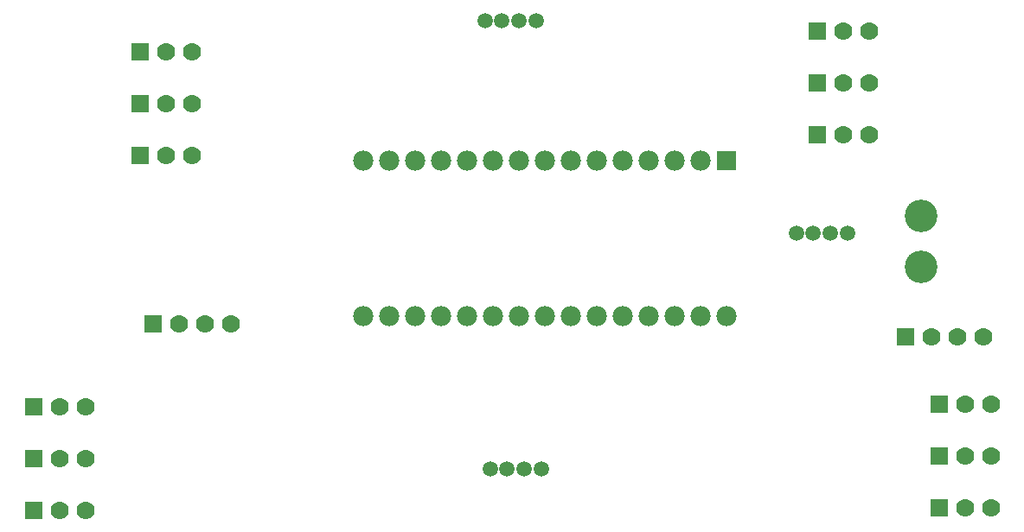
<source format=gbs>
G04 ---------------------------- Layer name :BOTTOM SOLDER LAYER*
G04 EasyEDA v5.5.11, Sun, 03 Jun 2018 10:16:40 GMT*
G04 422a67246ae34fc7a473e8fc002879eb*
G04 Gerber Generator version 0.2*
G04 Scale: 100 percent, Rotated: No, Reflected: No *
G04 Dimensions in millimeters *
G04 leading zeros omitted , absolute positions ,3 integer and 3 decimal *
%FSLAX33Y33*%
%MOMM*%
G90*
G71D02*

%ADD16R,1.981200X1.981200*%
%ADD17C,1.981200*%
%ADD38R,1.778000X1.778000*%
%ADD39C,1.778000*%
%ADD40C,3.203194*%
%ADD41C,1.503197*%

%LPD*%
G54D16*
G01X71628Y52832D03*
G54D17*
G01X69088Y52832D03*
G01X66548Y52832D03*
G01X64008Y52832D03*
G01X61468Y52832D03*
G01X58928Y52832D03*
G01X56388Y52832D03*
G01X53848Y52832D03*
G01X51308Y52832D03*
G01X48768Y52832D03*
G01X46228Y52832D03*
G01X43688Y52832D03*
G01X41148Y52832D03*
G01X38608Y52832D03*
G01X36068Y52832D03*
G01X71628Y37592D03*
G01X69088Y37592D03*
G01X66548Y37592D03*
G01X64008Y37592D03*
G01X61468Y37592D03*
G01X58928Y37592D03*
G01X56388Y37592D03*
G01X53848Y37592D03*
G01X51308Y37592D03*
G01X48768Y37592D03*
G01X46228Y37592D03*
G01X43688Y37592D03*
G01X41148Y37592D03*
G01X38608Y37592D03*
G01X36068Y37592D03*
G54D38*
G01X89154Y35560D03*
G54D39*
G01X91694Y35560D03*
G01X94234Y35560D03*
G01X96774Y35560D03*
G54D38*
G01X15494Y36830D03*
G54D39*
G01X18034Y36830D03*
G01X20574Y36830D03*
G01X23114Y36830D03*
G01X8890Y28702D03*
G01X6350Y28702D03*
G54D38*
G01X3810Y28702D03*
G54D39*
G01X8890Y23622D03*
G01X6350Y23622D03*
G54D38*
G01X3810Y23622D03*
G54D39*
G01X8890Y18542D03*
G01X6350Y18542D03*
G54D38*
G01X3810Y18542D03*
G54D39*
G01X19304Y63500D03*
G01X16764Y63500D03*
G54D38*
G01X14224Y63500D03*
G54D39*
G01X19304Y58420D03*
G01X16764Y58420D03*
G54D38*
G01X14224Y58420D03*
G54D39*
G01X19304Y53340D03*
G01X16764Y53340D03*
G54D38*
G01X14224Y53340D03*
G54D39*
G01X97536Y28956D03*
G01X94996Y28956D03*
G54D38*
G01X92456Y28956D03*
G54D39*
G01X97536Y23876D03*
G01X94996Y23876D03*
G54D38*
G01X92456Y23876D03*
G54D39*
G01X97536Y18796D03*
G01X94996Y18796D03*
G54D38*
G01X92456Y18796D03*
G54D39*
G01X85598Y65532D03*
G01X83058Y65532D03*
G54D38*
G01X80518Y65532D03*
G54D39*
G01X85598Y60452D03*
G01X83058Y60452D03*
G54D38*
G01X80518Y60452D03*
G54D39*
G01X85598Y55372D03*
G01X83058Y55372D03*
G54D38*
G01X80518Y55372D03*
G54D40*
G01X90678Y42418D03*
G01X90678Y47416D03*
G54D41*
G01X53014Y66548D03*
G01X51308Y66548D03*
G01X49657Y66548D03*
G01X48016Y66548D03*
G01X53522Y22606D03*
G01X51816Y22606D03*
G01X50165Y22606D03*
G01X48524Y22606D03*
G01X83494Y45720D03*
G01X81788Y45720D03*
G01X80137Y45720D03*
G01X78496Y45720D03*
M00*
M02*

</source>
